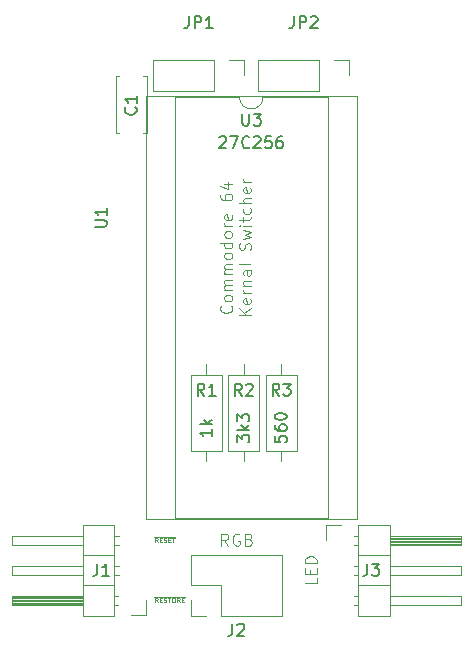
<source format=gto>
G04 #@! TF.FileFunction,Legend,Top*
%FSLAX46Y46*%
G04 Gerber Fmt 4.6, Leading zero omitted, Abs format (unit mm)*
G04 Created by KiCad (PCBNEW 4.0.7) date 06/27/19 13:37:23*
%MOMM*%
%LPD*%
G01*
G04 APERTURE LIST*
%ADD10C,0.100000*%
%ADD11C,0.050000*%
%ADD12C,0.120000*%
%ADD13C,0.150000*%
G04 APERTURE END LIST*
D10*
X78297143Y-84914762D02*
X78344762Y-84962381D01*
X78392381Y-85105238D01*
X78392381Y-85200476D01*
X78344762Y-85343334D01*
X78249524Y-85438572D01*
X78154286Y-85486191D01*
X77963810Y-85533810D01*
X77820952Y-85533810D01*
X77630476Y-85486191D01*
X77535238Y-85438572D01*
X77440000Y-85343334D01*
X77392381Y-85200476D01*
X77392381Y-85105238D01*
X77440000Y-84962381D01*
X77487619Y-84914762D01*
X78392381Y-84343334D02*
X78344762Y-84438572D01*
X78297143Y-84486191D01*
X78201905Y-84533810D01*
X77916190Y-84533810D01*
X77820952Y-84486191D01*
X77773333Y-84438572D01*
X77725714Y-84343334D01*
X77725714Y-84200476D01*
X77773333Y-84105238D01*
X77820952Y-84057619D01*
X77916190Y-84010000D01*
X78201905Y-84010000D01*
X78297143Y-84057619D01*
X78344762Y-84105238D01*
X78392381Y-84200476D01*
X78392381Y-84343334D01*
X78392381Y-83581429D02*
X77725714Y-83581429D01*
X77820952Y-83581429D02*
X77773333Y-83533810D01*
X77725714Y-83438572D01*
X77725714Y-83295714D01*
X77773333Y-83200476D01*
X77868571Y-83152857D01*
X78392381Y-83152857D01*
X77868571Y-83152857D02*
X77773333Y-83105238D01*
X77725714Y-83010000D01*
X77725714Y-82867143D01*
X77773333Y-82771905D01*
X77868571Y-82724286D01*
X78392381Y-82724286D01*
X78392381Y-82248096D02*
X77725714Y-82248096D01*
X77820952Y-82248096D02*
X77773333Y-82200477D01*
X77725714Y-82105239D01*
X77725714Y-81962381D01*
X77773333Y-81867143D01*
X77868571Y-81819524D01*
X78392381Y-81819524D01*
X77868571Y-81819524D02*
X77773333Y-81771905D01*
X77725714Y-81676667D01*
X77725714Y-81533810D01*
X77773333Y-81438572D01*
X77868571Y-81390953D01*
X78392381Y-81390953D01*
X78392381Y-80771906D02*
X78344762Y-80867144D01*
X78297143Y-80914763D01*
X78201905Y-80962382D01*
X77916190Y-80962382D01*
X77820952Y-80914763D01*
X77773333Y-80867144D01*
X77725714Y-80771906D01*
X77725714Y-80629048D01*
X77773333Y-80533810D01*
X77820952Y-80486191D01*
X77916190Y-80438572D01*
X78201905Y-80438572D01*
X78297143Y-80486191D01*
X78344762Y-80533810D01*
X78392381Y-80629048D01*
X78392381Y-80771906D01*
X78392381Y-79581429D02*
X77392381Y-79581429D01*
X78344762Y-79581429D02*
X78392381Y-79676667D01*
X78392381Y-79867144D01*
X78344762Y-79962382D01*
X78297143Y-80010001D01*
X78201905Y-80057620D01*
X77916190Y-80057620D01*
X77820952Y-80010001D01*
X77773333Y-79962382D01*
X77725714Y-79867144D01*
X77725714Y-79676667D01*
X77773333Y-79581429D01*
X78392381Y-78962382D02*
X78344762Y-79057620D01*
X78297143Y-79105239D01*
X78201905Y-79152858D01*
X77916190Y-79152858D01*
X77820952Y-79105239D01*
X77773333Y-79057620D01*
X77725714Y-78962382D01*
X77725714Y-78819524D01*
X77773333Y-78724286D01*
X77820952Y-78676667D01*
X77916190Y-78629048D01*
X78201905Y-78629048D01*
X78297143Y-78676667D01*
X78344762Y-78724286D01*
X78392381Y-78819524D01*
X78392381Y-78962382D01*
X78392381Y-78200477D02*
X77725714Y-78200477D01*
X77916190Y-78200477D02*
X77820952Y-78152858D01*
X77773333Y-78105239D01*
X77725714Y-78010001D01*
X77725714Y-77914762D01*
X78344762Y-77200476D02*
X78392381Y-77295714D01*
X78392381Y-77486191D01*
X78344762Y-77581429D01*
X78249524Y-77629048D01*
X77868571Y-77629048D01*
X77773333Y-77581429D01*
X77725714Y-77486191D01*
X77725714Y-77295714D01*
X77773333Y-77200476D01*
X77868571Y-77152857D01*
X77963810Y-77152857D01*
X78059048Y-77629048D01*
X77392381Y-75533809D02*
X77392381Y-75724286D01*
X77440000Y-75819524D01*
X77487619Y-75867143D01*
X77630476Y-75962381D01*
X77820952Y-76010000D01*
X78201905Y-76010000D01*
X78297143Y-75962381D01*
X78344762Y-75914762D01*
X78392381Y-75819524D01*
X78392381Y-75629047D01*
X78344762Y-75533809D01*
X78297143Y-75486190D01*
X78201905Y-75438571D01*
X77963810Y-75438571D01*
X77868571Y-75486190D01*
X77820952Y-75533809D01*
X77773333Y-75629047D01*
X77773333Y-75819524D01*
X77820952Y-75914762D01*
X77868571Y-75962381D01*
X77963810Y-76010000D01*
X77725714Y-74581428D02*
X78392381Y-74581428D01*
X77344762Y-74819524D02*
X78059048Y-75057619D01*
X78059048Y-74438571D01*
X79992381Y-85700477D02*
X78992381Y-85700477D01*
X79992381Y-85129048D02*
X79420952Y-85557620D01*
X78992381Y-85129048D02*
X79563810Y-85700477D01*
X79944762Y-84319524D02*
X79992381Y-84414762D01*
X79992381Y-84605239D01*
X79944762Y-84700477D01*
X79849524Y-84748096D01*
X79468571Y-84748096D01*
X79373333Y-84700477D01*
X79325714Y-84605239D01*
X79325714Y-84414762D01*
X79373333Y-84319524D01*
X79468571Y-84271905D01*
X79563810Y-84271905D01*
X79659048Y-84748096D01*
X79992381Y-83843334D02*
X79325714Y-83843334D01*
X79516190Y-83843334D02*
X79420952Y-83795715D01*
X79373333Y-83748096D01*
X79325714Y-83652858D01*
X79325714Y-83557619D01*
X79325714Y-83224286D02*
X79992381Y-83224286D01*
X79420952Y-83224286D02*
X79373333Y-83176667D01*
X79325714Y-83081429D01*
X79325714Y-82938571D01*
X79373333Y-82843333D01*
X79468571Y-82795714D01*
X79992381Y-82795714D01*
X79992381Y-81890952D02*
X79468571Y-81890952D01*
X79373333Y-81938571D01*
X79325714Y-82033809D01*
X79325714Y-82224286D01*
X79373333Y-82319524D01*
X79944762Y-81890952D02*
X79992381Y-81986190D01*
X79992381Y-82224286D01*
X79944762Y-82319524D01*
X79849524Y-82367143D01*
X79754286Y-82367143D01*
X79659048Y-82319524D01*
X79611429Y-82224286D01*
X79611429Y-81986190D01*
X79563810Y-81890952D01*
X79992381Y-81271905D02*
X79944762Y-81367143D01*
X79849524Y-81414762D01*
X78992381Y-81414762D01*
X79944762Y-80176666D02*
X79992381Y-80033809D01*
X79992381Y-79795713D01*
X79944762Y-79700475D01*
X79897143Y-79652856D01*
X79801905Y-79605237D01*
X79706667Y-79605237D01*
X79611429Y-79652856D01*
X79563810Y-79700475D01*
X79516190Y-79795713D01*
X79468571Y-79986190D01*
X79420952Y-80081428D01*
X79373333Y-80129047D01*
X79278095Y-80176666D01*
X79182857Y-80176666D01*
X79087619Y-80129047D01*
X79040000Y-80081428D01*
X78992381Y-79986190D01*
X78992381Y-79748094D01*
X79040000Y-79605237D01*
X79325714Y-79271904D02*
X79992381Y-79081428D01*
X79516190Y-78890951D01*
X79992381Y-78700475D01*
X79325714Y-78509999D01*
X79992381Y-78129047D02*
X79325714Y-78129047D01*
X78992381Y-78129047D02*
X79040000Y-78176666D01*
X79087619Y-78129047D01*
X79040000Y-78081428D01*
X78992381Y-78129047D01*
X79087619Y-78129047D01*
X79325714Y-77795714D02*
X79325714Y-77414762D01*
X78992381Y-77652857D02*
X79849524Y-77652857D01*
X79944762Y-77605238D01*
X79992381Y-77510000D01*
X79992381Y-77414762D01*
X79944762Y-76652856D02*
X79992381Y-76748094D01*
X79992381Y-76938571D01*
X79944762Y-77033809D01*
X79897143Y-77081428D01*
X79801905Y-77129047D01*
X79516190Y-77129047D01*
X79420952Y-77081428D01*
X79373333Y-77033809D01*
X79325714Y-76938571D01*
X79325714Y-76748094D01*
X79373333Y-76652856D01*
X79992381Y-76224285D02*
X78992381Y-76224285D01*
X79992381Y-75795713D02*
X79468571Y-75795713D01*
X79373333Y-75843332D01*
X79325714Y-75938570D01*
X79325714Y-76081428D01*
X79373333Y-76176666D01*
X79420952Y-76224285D01*
X79944762Y-74938570D02*
X79992381Y-75033808D01*
X79992381Y-75224285D01*
X79944762Y-75319523D01*
X79849524Y-75367142D01*
X79468571Y-75367142D01*
X79373333Y-75319523D01*
X79325714Y-75224285D01*
X79325714Y-75033808D01*
X79373333Y-74938570D01*
X79468571Y-74890951D01*
X79563810Y-74890951D01*
X79659048Y-75367142D01*
X79992381Y-74462380D02*
X79325714Y-74462380D01*
X79516190Y-74462380D02*
X79420952Y-74414761D01*
X79373333Y-74367142D01*
X79325714Y-74271904D01*
X79325714Y-74176665D01*
X78049524Y-105227381D02*
X77716190Y-104751190D01*
X77478095Y-105227381D02*
X77478095Y-104227381D01*
X77859048Y-104227381D01*
X77954286Y-104275000D01*
X78001905Y-104322619D01*
X78049524Y-104417857D01*
X78049524Y-104560714D01*
X78001905Y-104655952D01*
X77954286Y-104703571D01*
X77859048Y-104751190D01*
X77478095Y-104751190D01*
X79001905Y-104275000D02*
X78906667Y-104227381D01*
X78763810Y-104227381D01*
X78620952Y-104275000D01*
X78525714Y-104370238D01*
X78478095Y-104465476D01*
X78430476Y-104655952D01*
X78430476Y-104798810D01*
X78478095Y-104989286D01*
X78525714Y-105084524D01*
X78620952Y-105179762D01*
X78763810Y-105227381D01*
X78859048Y-105227381D01*
X79001905Y-105179762D01*
X79049524Y-105132143D01*
X79049524Y-104798810D01*
X78859048Y-104798810D01*
X79811429Y-104703571D02*
X79954286Y-104751190D01*
X80001905Y-104798810D01*
X80049524Y-104894048D01*
X80049524Y-105036905D01*
X80001905Y-105132143D01*
X79954286Y-105179762D01*
X79859048Y-105227381D01*
X79478095Y-105227381D01*
X79478095Y-104227381D01*
X79811429Y-104227381D01*
X79906667Y-104275000D01*
X79954286Y-104322619D01*
X80001905Y-104417857D01*
X80001905Y-104513095D01*
X79954286Y-104608333D01*
X79906667Y-104655952D01*
X79811429Y-104703571D01*
X79478095Y-104703571D01*
X85542381Y-107957857D02*
X85542381Y-108434048D01*
X84542381Y-108434048D01*
X85018571Y-107624524D02*
X85018571Y-107291190D01*
X85542381Y-107148333D02*
X85542381Y-107624524D01*
X84542381Y-107624524D01*
X84542381Y-107148333D01*
X85542381Y-106719762D02*
X84542381Y-106719762D01*
X84542381Y-106481667D01*
X84590000Y-106338809D01*
X84685238Y-106243571D01*
X84780476Y-106195952D01*
X84970952Y-106148333D01*
X85113810Y-106148333D01*
X85304286Y-106195952D01*
X85399524Y-106243571D01*
X85494762Y-106338809D01*
X85542381Y-106481667D01*
X85542381Y-106719762D01*
D11*
X72078810Y-104955952D02*
X71945476Y-104765476D01*
X71850238Y-104955952D02*
X71850238Y-104555952D01*
X72002619Y-104555952D01*
X72040714Y-104575000D01*
X72059762Y-104594048D01*
X72078810Y-104632143D01*
X72078810Y-104689286D01*
X72059762Y-104727381D01*
X72040714Y-104746429D01*
X72002619Y-104765476D01*
X71850238Y-104765476D01*
X72250238Y-104746429D02*
X72383571Y-104746429D01*
X72440714Y-104955952D02*
X72250238Y-104955952D01*
X72250238Y-104555952D01*
X72440714Y-104555952D01*
X72593095Y-104936905D02*
X72650238Y-104955952D01*
X72745476Y-104955952D01*
X72783572Y-104936905D01*
X72802619Y-104917857D01*
X72821667Y-104879762D01*
X72821667Y-104841667D01*
X72802619Y-104803571D01*
X72783572Y-104784524D01*
X72745476Y-104765476D01*
X72669286Y-104746429D01*
X72631191Y-104727381D01*
X72612143Y-104708333D01*
X72593095Y-104670238D01*
X72593095Y-104632143D01*
X72612143Y-104594048D01*
X72631191Y-104575000D01*
X72669286Y-104555952D01*
X72764524Y-104555952D01*
X72821667Y-104575000D01*
X72993095Y-104746429D02*
X73126428Y-104746429D01*
X73183571Y-104955952D02*
X72993095Y-104955952D01*
X72993095Y-104555952D01*
X73183571Y-104555952D01*
X73297857Y-104555952D02*
X73526429Y-104555952D01*
X73412143Y-104955952D02*
X73412143Y-104555952D01*
X71755000Y-104487000D02*
X73564524Y-104487000D01*
X72078810Y-110035952D02*
X71945476Y-109845476D01*
X71850238Y-110035952D02*
X71850238Y-109635952D01*
X72002619Y-109635952D01*
X72040714Y-109655000D01*
X72059762Y-109674048D01*
X72078810Y-109712143D01*
X72078810Y-109769286D01*
X72059762Y-109807381D01*
X72040714Y-109826429D01*
X72002619Y-109845476D01*
X71850238Y-109845476D01*
X72250238Y-109826429D02*
X72383571Y-109826429D01*
X72440714Y-110035952D02*
X72250238Y-110035952D01*
X72250238Y-109635952D01*
X72440714Y-109635952D01*
X72593095Y-110016905D02*
X72650238Y-110035952D01*
X72745476Y-110035952D01*
X72783572Y-110016905D01*
X72802619Y-109997857D01*
X72821667Y-109959762D01*
X72821667Y-109921667D01*
X72802619Y-109883571D01*
X72783572Y-109864524D01*
X72745476Y-109845476D01*
X72669286Y-109826429D01*
X72631191Y-109807381D01*
X72612143Y-109788333D01*
X72593095Y-109750238D01*
X72593095Y-109712143D01*
X72612143Y-109674048D01*
X72631191Y-109655000D01*
X72669286Y-109635952D01*
X72764524Y-109635952D01*
X72821667Y-109655000D01*
X72935952Y-109635952D02*
X73164524Y-109635952D01*
X73050238Y-110035952D02*
X73050238Y-109635952D01*
X73374048Y-109635952D02*
X73450238Y-109635952D01*
X73488333Y-109655000D01*
X73526429Y-109693095D01*
X73545476Y-109769286D01*
X73545476Y-109902619D01*
X73526429Y-109978810D01*
X73488333Y-110016905D01*
X73450238Y-110035952D01*
X73374048Y-110035952D01*
X73335952Y-110016905D01*
X73297857Y-109978810D01*
X73278809Y-109902619D01*
X73278809Y-109769286D01*
X73297857Y-109693095D01*
X73335952Y-109655000D01*
X73374048Y-109635952D01*
X73945477Y-110035952D02*
X73812143Y-109845476D01*
X73716905Y-110035952D02*
X73716905Y-109635952D01*
X73869286Y-109635952D01*
X73907381Y-109655000D01*
X73926429Y-109674048D01*
X73945477Y-109712143D01*
X73945477Y-109769286D01*
X73926429Y-109807381D01*
X73907381Y-109826429D01*
X73869286Y-109845476D01*
X73716905Y-109845476D01*
X74116905Y-109826429D02*
X74250238Y-109826429D01*
X74307381Y-110035952D02*
X74116905Y-110035952D01*
X74116905Y-109635952D01*
X74307381Y-109635952D01*
X71755000Y-109567000D02*
X74383572Y-109567000D01*
D12*
X71695000Y-64075000D02*
X71695000Y-66735000D01*
X76835000Y-64075000D02*
X71695000Y-64075000D01*
X76835000Y-66735000D02*
X71695000Y-66735000D01*
X76835000Y-64075000D02*
X76835000Y-66735000D01*
X78105000Y-64075000D02*
X79435000Y-64075000D01*
X79435000Y-64075000D02*
X79435000Y-65405000D01*
X80585000Y-64075000D02*
X80585000Y-66735000D01*
X85725000Y-64075000D02*
X80585000Y-64075000D01*
X85725000Y-66735000D02*
X80585000Y-66735000D01*
X85725000Y-64075000D02*
X85725000Y-66735000D01*
X86995000Y-64075000D02*
X88325000Y-64075000D01*
X88325000Y-64075000D02*
X88325000Y-65405000D01*
X74890000Y-97190000D02*
X77510000Y-97190000D01*
X77510000Y-97190000D02*
X77510000Y-90770000D01*
X77510000Y-90770000D02*
X74890000Y-90770000D01*
X74890000Y-90770000D02*
X74890000Y-97190000D01*
X76200000Y-98080000D02*
X76200000Y-97190000D01*
X76200000Y-89880000D02*
X76200000Y-90770000D01*
X78065000Y-97190000D02*
X80685000Y-97190000D01*
X80685000Y-97190000D02*
X80685000Y-90770000D01*
X80685000Y-90770000D02*
X78065000Y-90770000D01*
X78065000Y-90770000D02*
X78065000Y-97190000D01*
X79375000Y-98080000D02*
X79375000Y-97190000D01*
X79375000Y-89880000D02*
X79375000Y-90770000D01*
X71160000Y-65495000D02*
X71160000Y-70315000D01*
X68540000Y-65495000D02*
X68540000Y-70315000D01*
X71160000Y-65495000D02*
X70846000Y-65495000D01*
X68854000Y-65495000D02*
X68540000Y-65495000D01*
X71160000Y-70315000D02*
X70846000Y-70315000D01*
X68854000Y-70315000D02*
X68540000Y-70315000D01*
X82610000Y-111185000D02*
X82610000Y-105985000D01*
X77470000Y-111185000D02*
X82610000Y-111185000D01*
X74870000Y-105985000D02*
X82610000Y-105985000D01*
X77470000Y-111185000D02*
X77470000Y-108585000D01*
X77470000Y-108585000D02*
X74870000Y-108585000D01*
X74870000Y-108585000D02*
X74870000Y-105985000D01*
X76200000Y-111185000D02*
X74870000Y-111185000D01*
X74870000Y-111185000D02*
X74870000Y-109855000D01*
X81240000Y-97190000D02*
X83860000Y-97190000D01*
X83860000Y-97190000D02*
X83860000Y-90770000D01*
X83860000Y-90770000D02*
X81240000Y-90770000D01*
X81240000Y-90770000D02*
X81240000Y-97190000D01*
X82550000Y-98080000D02*
X82550000Y-97190000D01*
X82550000Y-89880000D02*
X82550000Y-90770000D01*
X81010000Y-67250000D02*
G75*
G02X79010000Y-67250000I-1000000J0D01*
G01*
X79010000Y-67250000D02*
X73550000Y-67250000D01*
X73550000Y-67250000D02*
X73550000Y-102930000D01*
X73550000Y-102930000D02*
X86470000Y-102930000D01*
X86470000Y-102930000D02*
X86470000Y-67250000D01*
X86470000Y-67250000D02*
X81010000Y-67250000D01*
X71060000Y-67190000D02*
X71060000Y-102990000D01*
X71060000Y-102990000D02*
X88960000Y-102990000D01*
X88960000Y-102990000D02*
X88960000Y-67190000D01*
X88960000Y-67190000D02*
X71060000Y-67190000D01*
X89070000Y-103445000D02*
X89070000Y-111185000D01*
X89070000Y-111185000D02*
X91730000Y-111185000D01*
X91730000Y-111185000D02*
X91730000Y-103445000D01*
X91730000Y-103445000D02*
X89070000Y-103445000D01*
X91730000Y-104395000D02*
X97730000Y-104395000D01*
X97730000Y-104395000D02*
X97730000Y-105155000D01*
X97730000Y-105155000D02*
X91730000Y-105155000D01*
X91730000Y-104455000D02*
X97730000Y-104455000D01*
X91730000Y-104575000D02*
X97730000Y-104575000D01*
X91730000Y-104695000D02*
X97730000Y-104695000D01*
X91730000Y-104815000D02*
X97730000Y-104815000D01*
X91730000Y-104935000D02*
X97730000Y-104935000D01*
X91730000Y-105055000D02*
X97730000Y-105055000D01*
X88740000Y-104395000D02*
X89070000Y-104395000D01*
X88740000Y-105155000D02*
X89070000Y-105155000D01*
X89070000Y-106045000D02*
X91730000Y-106045000D01*
X91730000Y-106935000D02*
X97730000Y-106935000D01*
X97730000Y-106935000D02*
X97730000Y-107695000D01*
X97730000Y-107695000D02*
X91730000Y-107695000D01*
X88672929Y-106935000D02*
X89070000Y-106935000D01*
X88672929Y-107695000D02*
X89070000Y-107695000D01*
X89070000Y-108585000D02*
X91730000Y-108585000D01*
X91730000Y-109475000D02*
X97730000Y-109475000D01*
X97730000Y-109475000D02*
X97730000Y-110235000D01*
X97730000Y-110235000D02*
X91730000Y-110235000D01*
X88672929Y-109475000D02*
X89070000Y-109475000D01*
X88672929Y-110235000D02*
X89070000Y-110235000D01*
X86360000Y-104775000D02*
X86360000Y-103505000D01*
X86360000Y-103505000D02*
X87630000Y-103505000D01*
X68410000Y-111185000D02*
X68410000Y-103445000D01*
X68410000Y-103445000D02*
X65750000Y-103445000D01*
X65750000Y-103445000D02*
X65750000Y-111185000D01*
X65750000Y-111185000D02*
X68410000Y-111185000D01*
X65750000Y-110235000D02*
X59750000Y-110235000D01*
X59750000Y-110235000D02*
X59750000Y-109475000D01*
X59750000Y-109475000D02*
X65750000Y-109475000D01*
X65750000Y-110175000D02*
X59750000Y-110175000D01*
X65750000Y-110055000D02*
X59750000Y-110055000D01*
X65750000Y-109935000D02*
X59750000Y-109935000D01*
X65750000Y-109815000D02*
X59750000Y-109815000D01*
X65750000Y-109695000D02*
X59750000Y-109695000D01*
X65750000Y-109575000D02*
X59750000Y-109575000D01*
X68740000Y-110235000D02*
X68410000Y-110235000D01*
X68740000Y-109475000D02*
X68410000Y-109475000D01*
X68410000Y-108585000D02*
X65750000Y-108585000D01*
X65750000Y-107695000D02*
X59750000Y-107695000D01*
X59750000Y-107695000D02*
X59750000Y-106935000D01*
X59750000Y-106935000D02*
X65750000Y-106935000D01*
X68807071Y-107695000D02*
X68410000Y-107695000D01*
X68807071Y-106935000D02*
X68410000Y-106935000D01*
X68410000Y-106045000D02*
X65750000Y-106045000D01*
X65750000Y-105155000D02*
X59750000Y-105155000D01*
X59750000Y-105155000D02*
X59750000Y-104395000D01*
X59750000Y-104395000D02*
X65750000Y-104395000D01*
X68807071Y-105155000D02*
X68410000Y-105155000D01*
X68807071Y-104395000D02*
X68410000Y-104395000D01*
X71120000Y-109855000D02*
X71120000Y-111125000D01*
X71120000Y-111125000D02*
X69850000Y-111125000D01*
D13*
X74731667Y-60412381D02*
X74731667Y-61126667D01*
X74684047Y-61269524D01*
X74588809Y-61364762D01*
X74445952Y-61412381D01*
X74350714Y-61412381D01*
X75207857Y-61412381D02*
X75207857Y-60412381D01*
X75588810Y-60412381D01*
X75684048Y-60460000D01*
X75731667Y-60507619D01*
X75779286Y-60602857D01*
X75779286Y-60745714D01*
X75731667Y-60840952D01*
X75684048Y-60888571D01*
X75588810Y-60936190D01*
X75207857Y-60936190D01*
X76731667Y-61412381D02*
X76160238Y-61412381D01*
X76445952Y-61412381D02*
X76445952Y-60412381D01*
X76350714Y-60555238D01*
X76255476Y-60650476D01*
X76160238Y-60698095D01*
X83621667Y-60412381D02*
X83621667Y-61126667D01*
X83574047Y-61269524D01*
X83478809Y-61364762D01*
X83335952Y-61412381D01*
X83240714Y-61412381D01*
X84097857Y-61412381D02*
X84097857Y-60412381D01*
X84478810Y-60412381D01*
X84574048Y-60460000D01*
X84621667Y-60507619D01*
X84669286Y-60602857D01*
X84669286Y-60745714D01*
X84621667Y-60840952D01*
X84574048Y-60888571D01*
X84478810Y-60936190D01*
X84097857Y-60936190D01*
X85050238Y-60507619D02*
X85097857Y-60460000D01*
X85193095Y-60412381D01*
X85431191Y-60412381D01*
X85526429Y-60460000D01*
X85574048Y-60507619D01*
X85621667Y-60602857D01*
X85621667Y-60698095D01*
X85574048Y-60840952D01*
X85002619Y-61412381D01*
X85621667Y-61412381D01*
X76033334Y-92527381D02*
X75700000Y-92051190D01*
X75461905Y-92527381D02*
X75461905Y-91527381D01*
X75842858Y-91527381D01*
X75938096Y-91575000D01*
X75985715Y-91622619D01*
X76033334Y-91717857D01*
X76033334Y-91860714D01*
X75985715Y-91955952D01*
X75938096Y-92003571D01*
X75842858Y-92051190D01*
X75461905Y-92051190D01*
X76985715Y-92527381D02*
X76414286Y-92527381D01*
X76700000Y-92527381D02*
X76700000Y-91527381D01*
X76604762Y-91670238D01*
X76509524Y-91765476D01*
X76414286Y-91813095D01*
X76652381Y-95369047D02*
X76652381Y-95940476D01*
X76652381Y-95654762D02*
X75652381Y-95654762D01*
X75795238Y-95750000D01*
X75890476Y-95845238D01*
X75938095Y-95940476D01*
X76652381Y-94940476D02*
X75652381Y-94940476D01*
X76271429Y-94845238D02*
X76652381Y-94559523D01*
X75985714Y-94559523D02*
X76366667Y-94940476D01*
X79208334Y-92527381D02*
X78875000Y-92051190D01*
X78636905Y-92527381D02*
X78636905Y-91527381D01*
X79017858Y-91527381D01*
X79113096Y-91575000D01*
X79160715Y-91622619D01*
X79208334Y-91717857D01*
X79208334Y-91860714D01*
X79160715Y-91955952D01*
X79113096Y-92003571D01*
X79017858Y-92051190D01*
X78636905Y-92051190D01*
X79589286Y-91622619D02*
X79636905Y-91575000D01*
X79732143Y-91527381D01*
X79970239Y-91527381D01*
X80065477Y-91575000D01*
X80113096Y-91622619D01*
X80160715Y-91717857D01*
X80160715Y-91813095D01*
X80113096Y-91955952D01*
X79541667Y-92527381D01*
X80160715Y-92527381D01*
X78827381Y-96464286D02*
X78827381Y-95845238D01*
X79208333Y-96178572D01*
X79208333Y-96035714D01*
X79255952Y-95940476D01*
X79303571Y-95892857D01*
X79398810Y-95845238D01*
X79636905Y-95845238D01*
X79732143Y-95892857D01*
X79779762Y-95940476D01*
X79827381Y-96035714D01*
X79827381Y-96321429D01*
X79779762Y-96416667D01*
X79732143Y-96464286D01*
X79827381Y-95416667D02*
X78827381Y-95416667D01*
X79446429Y-95321429D02*
X79827381Y-95035714D01*
X79160714Y-95035714D02*
X79541667Y-95416667D01*
X78827381Y-94702381D02*
X78827381Y-94083333D01*
X79208333Y-94416667D01*
X79208333Y-94273809D01*
X79255952Y-94178571D01*
X79303571Y-94130952D01*
X79398810Y-94083333D01*
X79636905Y-94083333D01*
X79732143Y-94130952D01*
X79779762Y-94178571D01*
X79827381Y-94273809D01*
X79827381Y-94559524D01*
X79779762Y-94654762D01*
X79732143Y-94702381D01*
X70207143Y-68111666D02*
X70254762Y-68159285D01*
X70302381Y-68302142D01*
X70302381Y-68397380D01*
X70254762Y-68540238D01*
X70159524Y-68635476D01*
X70064286Y-68683095D01*
X69873810Y-68730714D01*
X69730952Y-68730714D01*
X69540476Y-68683095D01*
X69445238Y-68635476D01*
X69350000Y-68540238D01*
X69302381Y-68397380D01*
X69302381Y-68302142D01*
X69350000Y-68159285D01*
X69397619Y-68111666D01*
X70302381Y-67159285D02*
X70302381Y-67730714D01*
X70302381Y-67445000D02*
X69302381Y-67445000D01*
X69445238Y-67540238D01*
X69540476Y-67635476D01*
X69588095Y-67730714D01*
X78406667Y-111847381D02*
X78406667Y-112561667D01*
X78359047Y-112704524D01*
X78263809Y-112799762D01*
X78120952Y-112847381D01*
X78025714Y-112847381D01*
X78835238Y-111942619D02*
X78882857Y-111895000D01*
X78978095Y-111847381D01*
X79216191Y-111847381D01*
X79311429Y-111895000D01*
X79359048Y-111942619D01*
X79406667Y-112037857D01*
X79406667Y-112133095D01*
X79359048Y-112275952D01*
X78787619Y-112847381D01*
X79406667Y-112847381D01*
X82383334Y-92527381D02*
X82050000Y-92051190D01*
X81811905Y-92527381D02*
X81811905Y-91527381D01*
X82192858Y-91527381D01*
X82288096Y-91575000D01*
X82335715Y-91622619D01*
X82383334Y-91717857D01*
X82383334Y-91860714D01*
X82335715Y-91955952D01*
X82288096Y-92003571D01*
X82192858Y-92051190D01*
X81811905Y-92051190D01*
X82716667Y-91527381D02*
X83335715Y-91527381D01*
X83002381Y-91908333D01*
X83145239Y-91908333D01*
X83240477Y-91955952D01*
X83288096Y-92003571D01*
X83335715Y-92098810D01*
X83335715Y-92336905D01*
X83288096Y-92432143D01*
X83240477Y-92479762D01*
X83145239Y-92527381D01*
X82859524Y-92527381D01*
X82764286Y-92479762D01*
X82716667Y-92432143D01*
X82002381Y-95964285D02*
X82002381Y-96440476D01*
X82478571Y-96488095D01*
X82430952Y-96440476D01*
X82383333Y-96345238D01*
X82383333Y-96107142D01*
X82430952Y-96011904D01*
X82478571Y-95964285D01*
X82573810Y-95916666D01*
X82811905Y-95916666D01*
X82907143Y-95964285D01*
X82954762Y-96011904D01*
X83002381Y-96107142D01*
X83002381Y-96345238D01*
X82954762Y-96440476D01*
X82907143Y-96488095D01*
X82002381Y-95059523D02*
X82002381Y-95250000D01*
X82050000Y-95345238D01*
X82097619Y-95392857D01*
X82240476Y-95488095D01*
X82430952Y-95535714D01*
X82811905Y-95535714D01*
X82907143Y-95488095D01*
X82954762Y-95440476D01*
X83002381Y-95345238D01*
X83002381Y-95154761D01*
X82954762Y-95059523D01*
X82907143Y-95011904D01*
X82811905Y-94964285D01*
X82573810Y-94964285D01*
X82478571Y-95011904D01*
X82430952Y-95059523D01*
X82383333Y-95154761D01*
X82383333Y-95345238D01*
X82430952Y-95440476D01*
X82478571Y-95488095D01*
X82573810Y-95535714D01*
X82002381Y-94345238D02*
X82002381Y-94249999D01*
X82050000Y-94154761D01*
X82097619Y-94107142D01*
X82192857Y-94059523D01*
X82383333Y-94011904D01*
X82621429Y-94011904D01*
X82811905Y-94059523D01*
X82907143Y-94107142D01*
X82954762Y-94154761D01*
X83002381Y-94249999D01*
X83002381Y-94345238D01*
X82954762Y-94440476D01*
X82907143Y-94488095D01*
X82811905Y-94535714D01*
X82621429Y-94583333D01*
X82383333Y-94583333D01*
X82192857Y-94535714D01*
X82097619Y-94488095D01*
X82050000Y-94440476D01*
X82002381Y-94345238D01*
X66762381Y-78231905D02*
X67571905Y-78231905D01*
X67667143Y-78184286D01*
X67714762Y-78136667D01*
X67762381Y-78041429D01*
X67762381Y-77850952D01*
X67714762Y-77755714D01*
X67667143Y-77708095D01*
X67571905Y-77660476D01*
X66762381Y-77660476D01*
X67762381Y-76660476D02*
X67762381Y-77231905D01*
X67762381Y-76946191D02*
X66762381Y-76946191D01*
X66905238Y-77041429D01*
X67000476Y-77136667D01*
X67048095Y-77231905D01*
X79248095Y-68667381D02*
X79248095Y-69476905D01*
X79295714Y-69572143D01*
X79343333Y-69619762D01*
X79438571Y-69667381D01*
X79629048Y-69667381D01*
X79724286Y-69619762D01*
X79771905Y-69572143D01*
X79819524Y-69476905D01*
X79819524Y-68667381D01*
X80200476Y-68667381D02*
X80819524Y-68667381D01*
X80486190Y-69048333D01*
X80629048Y-69048333D01*
X80724286Y-69095952D01*
X80771905Y-69143571D01*
X80819524Y-69238810D01*
X80819524Y-69476905D01*
X80771905Y-69572143D01*
X80724286Y-69619762D01*
X80629048Y-69667381D01*
X80343333Y-69667381D01*
X80248095Y-69619762D01*
X80200476Y-69572143D01*
X77319524Y-70667619D02*
X77367143Y-70620000D01*
X77462381Y-70572381D01*
X77700477Y-70572381D01*
X77795715Y-70620000D01*
X77843334Y-70667619D01*
X77890953Y-70762857D01*
X77890953Y-70858095D01*
X77843334Y-71000952D01*
X77271905Y-71572381D01*
X77890953Y-71572381D01*
X78224286Y-70572381D02*
X78890953Y-70572381D01*
X78462381Y-71572381D01*
X79843334Y-71477143D02*
X79795715Y-71524762D01*
X79652858Y-71572381D01*
X79557620Y-71572381D01*
X79414762Y-71524762D01*
X79319524Y-71429524D01*
X79271905Y-71334286D01*
X79224286Y-71143810D01*
X79224286Y-71000952D01*
X79271905Y-70810476D01*
X79319524Y-70715238D01*
X79414762Y-70620000D01*
X79557620Y-70572381D01*
X79652858Y-70572381D01*
X79795715Y-70620000D01*
X79843334Y-70667619D01*
X80224286Y-70667619D02*
X80271905Y-70620000D01*
X80367143Y-70572381D01*
X80605239Y-70572381D01*
X80700477Y-70620000D01*
X80748096Y-70667619D01*
X80795715Y-70762857D01*
X80795715Y-70858095D01*
X80748096Y-71000952D01*
X80176667Y-71572381D01*
X80795715Y-71572381D01*
X81700477Y-70572381D02*
X81224286Y-70572381D01*
X81176667Y-71048571D01*
X81224286Y-71000952D01*
X81319524Y-70953333D01*
X81557620Y-70953333D01*
X81652858Y-71000952D01*
X81700477Y-71048571D01*
X81748096Y-71143810D01*
X81748096Y-71381905D01*
X81700477Y-71477143D01*
X81652858Y-71524762D01*
X81557620Y-71572381D01*
X81319524Y-71572381D01*
X81224286Y-71524762D01*
X81176667Y-71477143D01*
X82605239Y-70572381D02*
X82414762Y-70572381D01*
X82319524Y-70620000D01*
X82271905Y-70667619D01*
X82176667Y-70810476D01*
X82129048Y-71000952D01*
X82129048Y-71381905D01*
X82176667Y-71477143D01*
X82224286Y-71524762D01*
X82319524Y-71572381D01*
X82510001Y-71572381D01*
X82605239Y-71524762D01*
X82652858Y-71477143D01*
X82700477Y-71381905D01*
X82700477Y-71143810D01*
X82652858Y-71048571D01*
X82605239Y-71000952D01*
X82510001Y-70953333D01*
X82319524Y-70953333D01*
X82224286Y-71000952D01*
X82176667Y-71048571D01*
X82129048Y-71143810D01*
X89836667Y-106767381D02*
X89836667Y-107481667D01*
X89789047Y-107624524D01*
X89693809Y-107719762D01*
X89550952Y-107767381D01*
X89455714Y-107767381D01*
X90217619Y-106767381D02*
X90836667Y-106767381D01*
X90503333Y-107148333D01*
X90646191Y-107148333D01*
X90741429Y-107195952D01*
X90789048Y-107243571D01*
X90836667Y-107338810D01*
X90836667Y-107576905D01*
X90789048Y-107672143D01*
X90741429Y-107719762D01*
X90646191Y-107767381D01*
X90360476Y-107767381D01*
X90265238Y-107719762D01*
X90217619Y-107672143D01*
X66976667Y-106767381D02*
X66976667Y-107481667D01*
X66929047Y-107624524D01*
X66833809Y-107719762D01*
X66690952Y-107767381D01*
X66595714Y-107767381D01*
X67976667Y-107767381D02*
X67405238Y-107767381D01*
X67690952Y-107767381D02*
X67690952Y-106767381D01*
X67595714Y-106910238D01*
X67500476Y-107005476D01*
X67405238Y-107053095D01*
M02*

</source>
